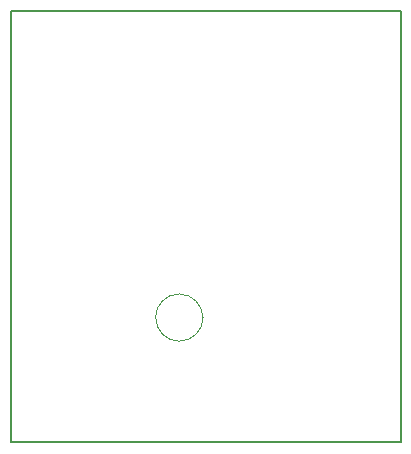
<source format=gbr>
G04 GERBER ASCII OUTPUT FROM: EDWINXP (VER. 1.61 REV. 20080915)*
G04 GERBER FORMAT: RX-274-X*
G04 BOARD: DSPIC_ADAPTER*
G04 ARTWORK OF Z POSITIVE*
%ASAXBY*%
%FSLAX23Y23*%
%MIA0B0*%
%MOIN*%
%OFA0.0000B0.0000*%
%SFA1B1*%
%IJA0B0*%
%INLAYER28POS*%
%IOA0B0*%
%IPPOS*%
%IR0*%
G04 APERTURE MACROS*
%AMEDWDONUT*
1,1,$1,$2,$3*
1,0,$4,$2,$3*
%
%AMEDWFRECT*
20,1,$1,$2,$3,$4,$5,$6*
%
%AMEDWORECT*
20,1,$1,$2,$3,$4,$5,$10*
20,1,$1,$4,$5,$6,$7,$10*
20,1,$1,$6,$7,$8,$9,$10*
20,1,$1,$8,$9,$2,$3,$10*
1,1,$1,$2,$3*
1,1,$1,$4,$5*
1,1,$1,$6,$7*
1,1,$1,$8,$9*
%
%AMEDWLINER*
20,1,$1,$2,$3,$4,$5,$6*
1,1,$1,$2,$3*
1,1,$1,$4,$5*
%
%AMEDWFTRNG*
4,1,3,$1,$2,$3,$4,$5,$6,$7,$8,$9*
%
%AMEDWATRNG*
4,1,3,$1,$2,$3,$4,$5,$6,$7,$8,$9*
20,1,$11,$1,$2,$3,$4,$10*
20,1,$11,$3,$4,$5,$6,$10*
20,1,$11,$5,$6,$7,$8,$10*
1,1,$11,$3,$4*
1,1,$11,$5,$6*
1,1,$11,$7,$8*
%
%AMEDWOTRNG*
20,1,$1,$2,$3,$4,$5,$8*
20,1,$1,$4,$5,$6,$7,$8*
20,1,$1,$6,$7,$2,$3,$8*
1,1,$1,$2,$3*
1,1,$1,$4,$5*
1,1,$1,$6,$7*
%
G04*
G04 APERTURE LIST*
%ADD10R,0.0500X0.0460*%
%ADD11R,0.0740X0.0700*%
%ADD12R,0.0440X0.0400*%
%ADD13R,0.0680X0.0640*%
%ADD14R,0.0460X0.0500*%
%ADD15R,0.0700X0.0740*%
%ADD16R,0.0400X0.0440*%
%ADD17R,0.0640X0.0680*%
%ADD18R,0.0700X0.0700*%
%ADD19R,0.0940X0.0940*%
%ADD20R,0.0600X0.0600*%
%ADD21R,0.0840X0.0840*%
%ADD22C,0.0010*%
%ADD24C,0.00197*%
%ADD26C,0.0020*%
%ADD27R,0.0020X0.0020*%
%ADD28C,0.00204*%
%ADD29R,0.00204X0.00204*%
%ADD30C,0.00233*%
%ADD31R,0.00233X0.00233*%
%ADD32C,0.00289*%
%ADD33R,0.00289X0.00289*%
%ADD34C,0.0030*%
%ADD35R,0.0030X0.0030*%
%ADD36C,0.00369*%
%ADD37R,0.00369X0.00369*%
%ADD38C,0.0040*%
%ADD39R,0.0040X0.0040*%
%ADD40C,0.0050*%
%ADD41R,0.0050X0.0050*%
%ADD42C,0.00504*%
%ADD43R,0.00504X0.00504*%
%ADD44C,0.00512*%
%ADD45R,0.00512X0.00512*%
%ADD46C,0.00542*%
%ADD47R,0.00542X0.00542*%
%ADD48C,0.00627*%
%ADD49R,0.00627X0.00627*%
%ADD50C,0.00639*%
%ADD51R,0.00639X0.00639*%
%ADD52C,0.00711*%
%ADD53R,0.00711X0.00711*%
%ADD54C,0.00775*%
%ADD55R,0.00775X0.00775*%
%ADD56C,0.00787*%
%ADD57R,0.00787X0.00787*%
%ADD58C,0.00795*%
%ADD59R,0.00795X0.00795*%
%ADD60C,0.0080*%
%ADD62C,0.0088*%
%ADD63R,0.0088X0.0088*%
%ADD64C,0.00984*%
%ADD65R,0.00984X0.00984*%
%ADD66C,0.0100*%
%ADD67R,0.0100X0.0100*%
%ADD68C,0.01181*%
%ADD70C,0.01182*%
%ADD71R,0.01182X0.01182*%
%ADD72C,0.0120*%
%ADD74C,0.0120*%
%ADD76C,0.0130*%
%ADD78C,0.01351*%
%ADD79R,0.01351X0.01351*%
%ADD80C,0.01452*%
%ADD81R,0.01452X0.01452*%
%ADD82C,0.0149*%
%ADD83R,0.0149X0.0149*%
%ADD84C,0.0160*%
%ADD86C,0.01761*%
%ADD87R,0.01761X0.01761*%
%ADD88C,0.01773*%
%ADD89R,0.01773X0.01773*%
%ADD90C,0.01896*%
%ADD91R,0.01896X0.01896*%
%ADD92C,0.01969*%
%ADD93R,0.01969X0.01969*%
%ADD94C,0.0200*%
%ADD96C,0.02027*%
%ADD97R,0.02027X0.02027*%
%ADD98C,0.02196*%
%ADD99R,0.02196X0.02196*%
%ADD100C,0.0228*%
%ADD101R,0.0228X0.0228*%
%ADD102C,0.02302*%
%ADD103R,0.02302X0.02302*%
%ADD104C,0.02365*%
%ADD105R,0.02365X0.02365*%
%ADD106C,0.0240*%
%ADD108C,0.02438*%
%ADD109R,0.02438X0.02438*%
%ADD110C,0.02597*%
%ADD112C,0.02709*%
%ADD113R,0.02709X0.02709*%
%ADD114C,0.02844*%
%ADD115R,0.02844X0.02844*%
%ADD116C,0.02871*%
%ADD117R,0.02871X0.02871*%
%ADD118C,0.0290*%
%ADD120C,0.02912*%
%ADD121R,0.02912X0.02912*%
%ADD122C,0.0300*%
%ADD123R,0.0300X0.0300*%
%ADD124C,0.0304*%
%ADD125R,0.0304X0.0304*%
%ADD126C,0.0320*%
%ADD128C,0.0350*%
%ADD129R,0.0350X0.0350*%
%ADD130C,0.03547*%
%ADD131R,0.03547X0.03547*%
%ADD132C,0.03581*%
%ADD134C,0.03582*%
%ADD135R,0.03582X0.03582*%
%ADD136C,0.0370*%
%ADD138C,0.03751*%
%ADD139R,0.03751X0.03751*%
%ADD140C,0.0389*%
%ADD141R,0.0389X0.0389*%
%ADD142C,0.03937*%
%ADD143R,0.03937X0.03937*%
%ADD144C,0.0400*%
%ADD146C,0.04161*%
%ADD147R,0.04161X0.04161*%
%ADD148C,0.04173*%
%ADD149R,0.04173X0.04173*%
%ADD150C,0.04296*%
%ADD151R,0.04296X0.04296*%
%ADD152C,0.0440*%
%ADD154C,0.04427*%
%ADD155R,0.04427X0.04427*%
%ADD156C,0.04469*%
%ADD157R,0.04469X0.04469*%
%ADD158C,0.04596*%
%ADD159R,0.04596X0.04596*%
%ADD160C,0.0468*%
%ADD161R,0.0468X0.0468*%
%ADD162C,0.04702*%
%ADD163R,0.04702X0.04702*%
%ADD164C,0.04729*%
%ADD165R,0.04729X0.04729*%
%ADD166C,0.04765*%
%ADD167R,0.04765X0.04765*%
%ADD168C,0.04838*%
%ADD169R,0.04838X0.04838*%
%ADD170C,0.04898*%
%ADD171R,0.04898X0.04898*%
%ADD172C,0.0500*%
%ADD173R,0.0500X0.0500*%
%ADD174C,0.05011*%
%ADD175R,0.05011X0.05011*%
%ADD176C,0.05109*%
%ADD177R,0.05109X0.05109*%
%ADD178C,0.05236*%
%ADD179R,0.05236X0.05236*%
%ADD180C,0.05244*%
%ADD181R,0.05244X0.05244*%
%ADD182C,0.05271*%
%ADD183R,0.05271X0.05271*%
%ADD184C,0.05282*%
%ADD185R,0.05282X0.05282*%
%ADD186C,0.0544*%
%ADD187R,0.0544X0.0544*%
%ADD188C,0.0560*%
%ADD189R,0.0560X0.0560*%
%ADD190C,0.05906*%
%ADD191R,0.05906X0.05906*%
%ADD192C,0.05947*%
%ADD193R,0.05947X0.05947*%
%ADD194C,0.0600*%
%ADD195R,0.0600X0.0600*%
%ADD196C,0.0620*%
%ADD198C,0.06869*%
%ADD199R,0.06869X0.06869*%
%ADD200C,0.06906*%
%ADD201R,0.06906X0.06906*%
%ADD202C,0.06907*%
%ADD203R,0.06907X0.06907*%
%ADD204C,0.06925*%
%ADD205R,0.06925X0.06925*%
%ADD206C,0.0700*%
%ADD207R,0.0700X0.0700*%
%ADD208C,0.07129*%
%ADD209R,0.07129X0.07129*%
%ADD210C,0.07178*%
%ADD211R,0.07178X0.07178*%
%ADD212C,0.07298*%
%ADD213R,0.07298X0.07298*%
%ADD214C,0.07411*%
%ADD215R,0.07411X0.07411*%
%ADD216C,0.0760*%
%ADD218C,0.07636*%
%ADD219R,0.07636X0.07636*%
%ADD220C,0.07682*%
%ADD221R,0.07682X0.07682*%
%ADD222C,0.07769*%
%ADD223R,0.07769X0.07769*%
%ADD224C,0.0800*%
%ADD225R,0.0800X0.0800*%
%ADD226C,0.08107*%
%ADD227R,0.08107X0.08107*%
%ADD228C,0.08261*%
%ADD229R,0.08261X0.08261*%
%ADD230C,0.0860*%
%ADD232C,0.09307*%
%ADD233R,0.09307X0.09307*%
%ADD234C,0.09325*%
%ADD235R,0.09325X0.09325*%
%ADD236C,0.09578*%
%ADD237R,0.09578X0.09578*%
%ADD238C,0.1000*%
%ADD241R,0.10169X0.10169*%
%ADD243R,0.10507X0.10507*%
%ADD245R,0.10641X0.10641*%
%ADD247R,0.10661X0.10661*%
%ADD249R,0.13041X0.13041*%
%ADD250C,0.23041*%
%ADD251R,0.23041X0.23041*%
%ADD252C,0.33041*%
%ADD253R,0.33041X0.33041*%
%ADD254C,0.43041*%
%ADD255R,0.43041X0.43041*%
%ADD256C,0.53041*%
%ADD257R,0.53041X0.53041*%
%ADD258C,0.63041*%
%ADD259R,0.63041X0.63041*%
%ADD260C,0.73041*%
%ADD261R,0.73041X0.73041*%
%ADD262C,0.83041*%
%ADD263R,0.83041X0.83041*%
%ADD264C,0.93041*%
%ADD265R,0.93041X0.93041*%
%ADD266C,1.03041*%
%ADD267R,1.03041X1.03041*%
%ADD268C,1.13041*%
%ADD269R,1.13041X1.13041*%
%ADD270C,1.23041*%
%ADD271R,1.23041X1.23041*%
%ADD272C,1.33041*%
%ADD273R,1.33041X1.33041*%
%ADD274C,1.43041*%
%ADD275R,1.43041X1.43041*%
%ADD276C,1.53041*%
%ADD277R,1.53041X1.53041*%
%ADD278C,1.63041*%
%ADD279R,1.63041X1.63041*%
%ADD280C,1.73041*%
%ADD281R,1.73041X1.73041*%
%ADD282C,1.83041*%
%ADD283R,1.83041X1.83041*%
%ADD284C,1.93041*%
%ADD285R,1.93041X1.93041*%
G04*
D24* 
G75*
G01X562Y495D02*
G03X484Y416I0J-79D01*
G01*
G75*
G01X641Y416D02*
G03X562Y495I-79J-0D01*
G01*
G75*
G01X563Y338D02*
G03X641Y416I-0J79D01*
G01*
G75*
G01X484Y416D02*
G03X563Y338I79J0D01*
G01*
D40* 
X0Y0D02*
X1300Y0D01*
X1300Y1438D01*
X0Y1438D01*
X0Y0D01*
M02*

</source>
